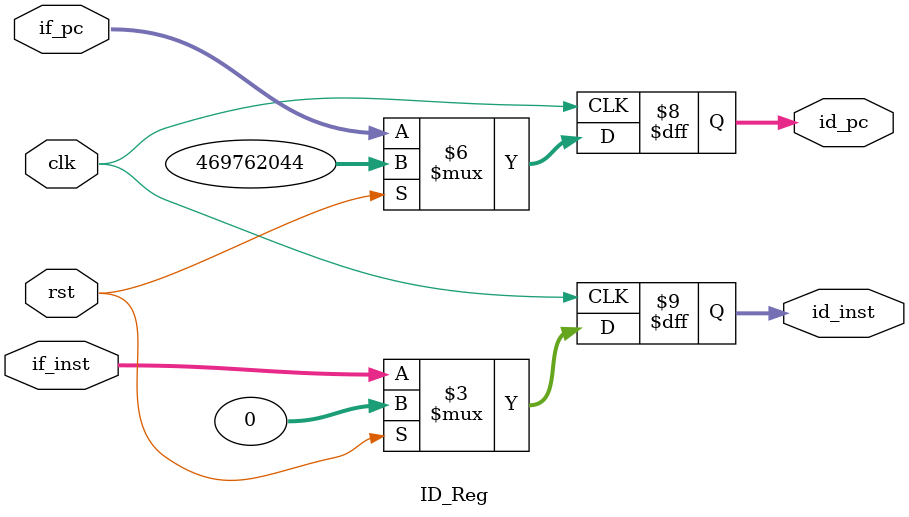
<source format=v>
module ID_Reg (
    input wire clk,
    input wire rst,
    input wire [31:0] if_pc,
    input wire [31:0] if_inst,
    output reg [31:0] id_pc,
    output reg [31:0] id_inst
);
    always @(posedge clk)
    begin
        if(rst)
        begin
            id_pc<=32'h1bfffffc;
            id_inst<=32'h0;
        end
        else
        begin
            id_pc<=if_pc;
            id_inst<=if_inst;
        end
    end
endmodule
</source>
